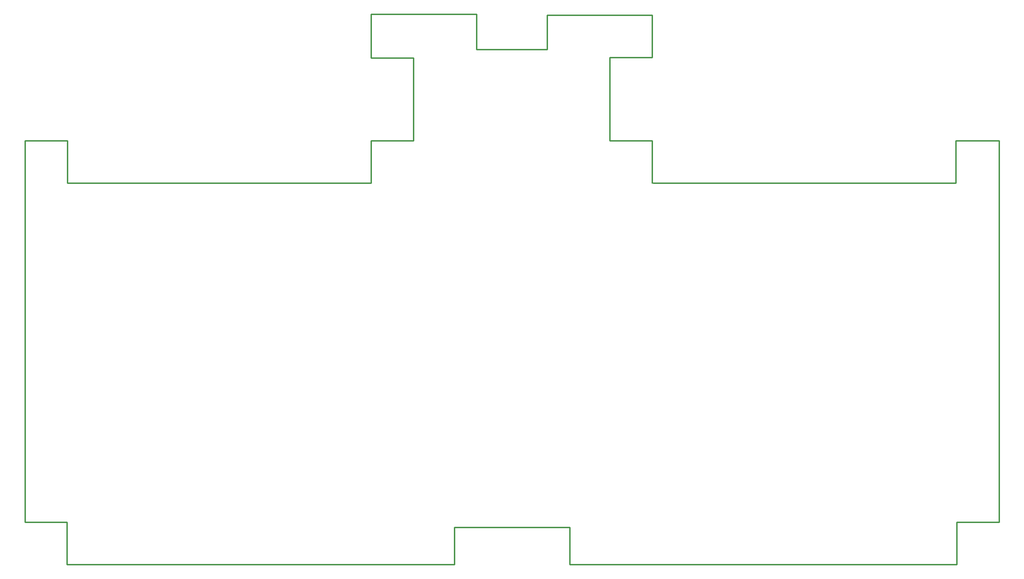
<source format=gbr>
G04 start of page 8 for group 6 idx 6 *
G04 Title: (unknown), outline *
G04 Creator: pcb 20140316 *
G04 CreationDate: Thu 02 Mar 2017 04:20:42 AM GMT UTC *
G04 For: vince *
G04 Format: Gerber/RS-274X *
G04 PCB-Dimensions (mil): 6900.00 3900.00 *
G04 PCB-Coordinate-Origin: lower left *
%MOIN*%
%FSLAX25Y25*%
%LNOUTLINE*%
%ADD93C,0.0100*%
G54D93*X245500Y300500D02*Y270500D01*
X30500D01*
Y300500D01*
X500D01*
Y30000D01*
X30000D01*
Y0D01*
X304500D01*
Y26500D01*
X414500Y300500D02*Y359000D01*
Y359500D02*X444500D01*
X370000Y365000D02*X320000D01*
X444500Y359500D02*Y389500D01*
X370000D01*
Y365000D01*
X320000D02*Y390000D01*
X245500D01*
Y359000D01*
X275000D01*
X275500D02*Y300500D01*
X245500D01*
X690000Y30000D02*Y300500D01*
X659500D01*
Y270500D01*
X660000Y30000D02*X690000D01*
X659500Y270500D02*X445000D01*
X444500D02*Y300500D01*
X414500D01*
X304500Y26500D02*X386000D01*
Y0D01*
X660000D01*
Y30000D01*
M02*

</source>
